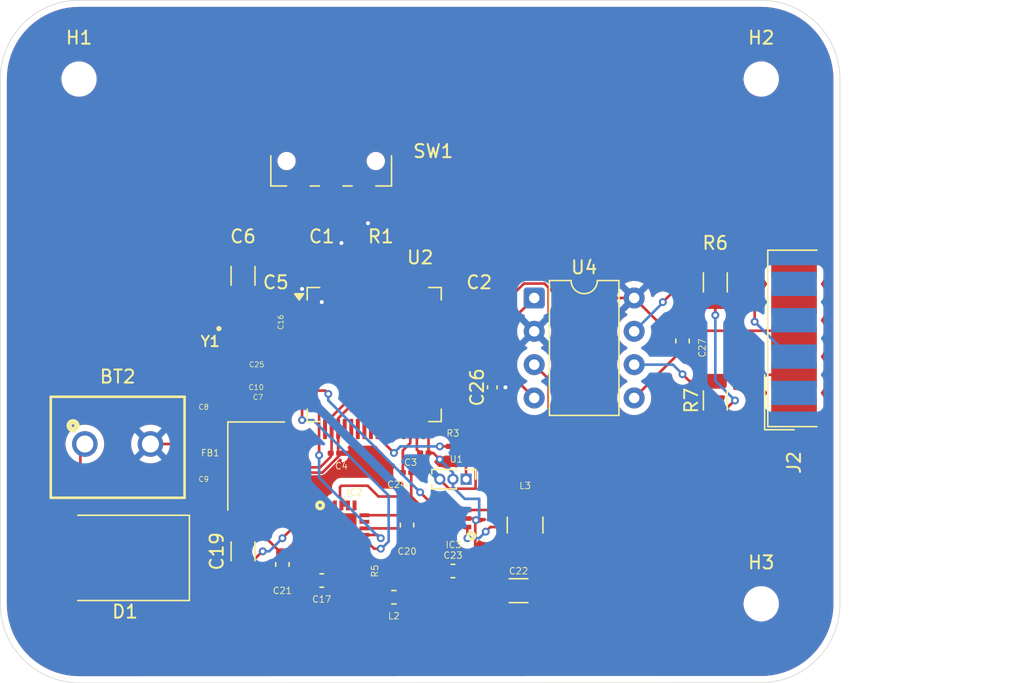
<source format=kicad_pcb>
(kicad_pcb (version 20241229) (generator "pcbnew") (generator_version "9.0")
  (layers (0 "F.Cu" signal) (2 "B.Cu" signal) (13 "F.Paste" user) (15 "B.Paste" user) (5 "F.SilkS" user "F.Silkscreen") (7 "B.SilkS" user "B.Silkscreen") (1 "F.Mask" user) (3 "B.Mask" user) (25 "Edge.Cuts" user))
  (net 0 "")
  (net 1 "+3.3V")
  (net 2 "GND")
  (net 3 "+3.3VA")
  (net 4 "/NRST")
  (net 5 "Net-(U2-PH0)")
  (net 6 "+5V")
  (net 7 "Net-(C17-Pad2)")
  (net 8 "/Bat")
  (net 9 "Net-(IC2-BST)")
  (net 10 "Net-(IC2-VSW_2)")
  (net 11 "Net-(U2-VCAP_1)")
  (net 12 "Net-(U2-PH1)")
  (net 13 "/CAN_RXD")
  (net 14 "Net-(U4-SPLIT)")
  (net 19 "/EN")
  (net 24 "/PG")
  (net 25 "/BYP")
  (net 26 "Net-(IC3-SW)")
  (net 29 "Net-(U4-CANL)")
  (net 32 "Net-(U4-CANH)")
  (net 35 "/SWBOOT0")
  (net 36 "/BOOT0")
  (net 37 "Net-(U1-Collector)")
  (net 38 "/ADC")
  (net 39 "Net-(R6-Pad2)")
  (net 71 "/CAN_TXD")
  (net 83 "Net-(BT2-+)")
  (footprint "Resistor_SMD:R_1206_3216Metric" (layer "F.Cu") (at 165 81 90)
    (property "Reference" "R7")
    (property "Value" "60")
  )
  (footprint "Capacitor_SMD:C_1206_3216Metric" (layer "F.Cu") (at 150 95.5 180)
    (property "Reference" "C22")
    (property "Value" "10uF")
  )
  (footprint "Capacitor_SMD:C_0402_1005Metric" (layer "F.Cu") (at 148 80 90)
    (property "Reference" "C26")
    (property "Value" "30pF")
  )
  (footprint "Custom_FP:691137710002" (layer "F.Cu") (at 119.4435 84.3185)
    (property "Reference" "BT2")
    (property "Value" "Battery_Cell")
  )
  (footprint "Capacitor_SMD:C_1206_3216Metric" (layer "F.Cu") (at 129 71.5 -90)
    (property "Reference" "C6")
    (property "Value" "10u")
  )
  (footprint "Resistor_SMD:R_0201_0603Metric" (layer "F.Cu") (at 138 94 -90)
    (property "Reference" "R5")
    (property "Value" "10K")
  )
  (footprint "MountingHole:MountingHole_2.2mm_M2" (layer "F.Cu") (at 116.5 56.5)
    (property "Reference" "H1")
    (property "Value" "MountingHole")
  )
  (footprint "Capacitor_SMD:C_0201_0603Metric" (layer "F.Cu") (at 136.003949 85.023025 180)
    (property "Reference" "C4")
    (property "Value" "100n")
  )
  (footprint "Connector_Dsub:DSUB-9_Pins_EdgeMount_P2.77mm" (layer "F.Cu") (at 171 76.27 90)
    (property "Reference" "J2")
    (property "Value" "DE9_Pins")
  )
  (footprint "Capacitor_SMD:C_0201_0603Metric" (layer "F.Cu") (at 131 75.655 90)
    (property "Reference" "C16")
    (property "Value" "8pF")
  )
  (footprint "Connector_PinHeader_1.00mm:PinHeader_1x03_P1.00mm_Vertical" (layer "F.Cu") (at 146 87 -90)
    (property "Reference" "U1")
    (property "Value" "~")
  )
  (footprint "Capacitor_SMD:C_0201_0603Metric" (layer "F.Cu") (at 126.5 88 180)
    (property "Reference" "C9")
    (property "Value" "1u")
  )
  (footprint "MountingHole:MountingHole_2.2mm_M2" (layer "F.Cu") (at 168.5 96.5)
    (property "Reference" "H3")
    (property "Value" "MountingHole")
  )
  (footprint "Resistor_SMD:R_0201_0603Metric" (layer "F.Cu") (at 138 69 -90)
    (property "Reference" "R1")
    (property "Value" "10K")
  )
  (footprint "Custom_FP:TS30011-M050QFNR" (layer "F.Cu") (at 136.75 90.5)
    (property "Reference" "IC2")
    (property "Value" "TS30011-M050QFNR" (hide yes))
  )
  (footprint "Capacitor_SMD:C_0201_0603Metric" (layer "F.Cu") (at 146.5 73.68 -90)
    (property "Reference" "C2")
    (property "Value" "100n")
  )
  (footprint "Capacitor_SMD:C_0201_0603Metric" (layer "F.Cu") (at 131 80.345 90)
    (property "Reference" "C7")
    (property "Value" "10n")
  )
  (footprint "Diode_SMD:D_SMC" (layer "F.Cu") (at 120 93 180)
    (property "Reference" "D1")
    (property "Value" "D_Schottky")
  )
  (footprint "Inductor_SMD:L_0603_1608Metric" (layer "F.Cu") (at 140.5 96 180)
    (property "Reference" "L2")
    (property "Value" "4.7uH")
  )
  (footprint "Capacitor_SMD:C_0201_0603Metric" (layer "F.Cu") (at 131.5 73.68 90)
    (property "Reference" "C5")
    (property "Value" "100n")
  )
  (footprint "Capacitor_SMD:C_0201_0603Metric" (layer "F.Cu") (at 131 79 180)
    (property "Reference" "C10")
    (property "Value" "100n")
  )
  (footprint "Capacitor_SMD:C_0603_1608Metric" (layer "F.Cu") (at 132 93.5 90)
    (property "Reference" "C21")
    (property "Value" "22uF")
  )
  (footprint "Capacitor_SMD:C_0201_0603Metric" (layer "F.Cu") (at 141.5 86.5)
    (property "Reference" "C24")
    (property "Value" "4.7uF")
  )
  (footprint "Capacitor_SMD:C_0603_1608Metric" (layer "F.Cu") (at 162.5 76.4625 -90)
    (property "Reference" "C27")
    (property "Value" "4700pF")
  )
  (footprint "Capacitor_SMD:C_1206_3216Metric" (layer "F.Cu") (at 129 92.5 90)
    (property "Reference" "C19")
    (property "Value" "10uF")
  )
  (footprint "Custom_FP:OSCCC200X160X50N" (layer "F.Cu") (at 128.91 76.26)
    (property "Reference" "Y1")
    (property "Value" "CX2016SA16000D0GSSCC" (hide yes))
  )
  (footprint "Capacitor_SMD:C_0603_1608Metric" (layer "F.Cu") (at 135 94.725 180)
    (property "Reference" "C17")
    (property "Value" "22uF")
  )
  (footprint "Package_DIP:DIP-8_W7.62mm" (layer "F.Cu") (at 151.195 73.19)
    (property "Reference" "U4")
    (property "Value" "MCP2561-E-P")
  )
  (footprint "Custom_FP:TPS61291DRVR" (layer "F.Cu") (at 145.05 90 180)
    (property "Reference" "IC3")
    (property "Value" "TPS61291DRVR" (hide yes))
  )
  (footprint "Capacitor_SMD:C_0603_1608Metric" (layer "F.Cu") (at 145 94 180)
    (property "Reference" "C23")
    (property "Value" "22uF")
  )
  (footprint "Capacitor_SMD:C_0201_0603Metric" (layer "F.Cu") (at 142.82 85 180)
    (property "Reference" "C3")
    (property "Value" "100n")
  )
  (footprint "Capacitor_SMD:C_0201_0603Metric" (layer "F.Cu") (at 126.5 82.5 180)
    (property "Reference" "C8")
    (property "Value" "1u")
  )
  (footprint "Resistor_SMD:R_0201_0603Metric" (layer "F.Cu") (at 145 84.5 180)
    (property "Reference" "R3")
    (property "Value" "10k")
  )
  (footprint "MountingHole:MountingHole_2.2mm_M2" (layer "F.Cu") (at 168.5 56.5)
    (property "Reference" "H2")
    (property "Value" "MountingHole")
  )
  (footprint "Crystal:Crystal_SMD_0603-4Pin_6.0x3.5mm" (layer "F.Cu") (at 130 86 -90)
    (property "Reference" "FB1")
    (property "Value" "FerriteBead")
  )
  (footprint "Resistor_SMD:R_1206_3216Metric" (layer "F.Cu") (at 165 72 -90)
    (property "Reference" "R6")
    (property "Value" "60")
  )
  (footprint "Capacitor_SMD:C_0201_0603Metric" (layer "F.Cu") (at 131 77.5 -90)
    (property "Reference" "C25")
    (property "Value" "8pF")
  )
  (footprint "Inductor_SMD:L_1210_3225Metric" (layer "F.Cu") (at 150.5 90.5 -90)
    (property "Reference" "L3")
    (property "Value" "3.3uH")
  )
  (footprint "Capacitor_SMD:C_0201_0603Metric" (layer "F.Cu") (at 135.82 70)
    (property "Reference" "C1")
    (property "Value" "100n")
  )
  (footprint "Button_Switch_SMD:SW_SPDT_CK_JS102011SAQN" (layer "F.Cu") (at 135.72 62.75 180)
    (property "Reference" "SW1")
    (property "Value" "BootSw")
  )
  (footprint "Capacitor_SMD:C_0603_1608Metric" (layer "F.Cu") (at 141.5 90.5 90)
    (property "Reference" "C20")
    (property "Value" "200nF")
  )
  (footprint "Package_QFP:LQFP-64_10x10mm_P0.5mm" (layer "F.Cu") (at 139 77.5)
    (property "Reference" "U2")
    (property "Value" "STM32F446RETx")
  )
  (gr_arc (start 116.439952 102.513554) (mid 112.235969 100.735125) (end 110.4997 96.513555) (stroke (width 0.05)) (layer "Edge.Cuts"))
  (gr_line (start 168.5 102.5) (end 116.439952 102.513554) (stroke (width 0.05)) (layer "Edge.Cuts"))
  (gr_arc (start 168.5 50.5) (mid 172.742641 52.257359) (end 174.5 56.5) (stroke (width 0.05)) (layer "Edge.Cuts"))
  (gr_arc (start 174.5 96.5) (mid 172.742641 100.742641) (end 168.5 102.5) (stroke (width 0.05)) (layer "Edge.Cuts"))
  (gr_arc (start 110.5 56.5) (mid 112.257359 52.257359) (end 116.5 50.5) (stroke (width 0.05)) (layer "Edge.Cuts"))
  (gr_line (start 110.5 56.5) (end 110.5 96.513555) (stroke (width 0.05)) (layer "Edge.Cuts"))
  (gr_line (start 168.5 50.5) (end 116.5 50.5) (stroke (width 0.05)) (layer "Edge.Cuts"))
  (gr_line (start 174.5 96.5) (end 174.5 56.5) (stroke (width 0.05)) (layer "Edge.Cuts"))
  (segment (start 146.5 73.36) (end 145.065 73.36) (width 0.2) (layer "F.Cu") (net 1))
  (segment (start 135.25 70.25) (end 135.25 71.825) (width 0.2) (layer "F.Cu") (net 1))
  (segment (start 144.675 73.75) (end 143.866176 73.75) (width 0.2) (layer "F.Cu") (net 1))
  (segment (start 128.8 88.2) (end 130.5 86.5) (width 0.2) (layer "F.Cu") (net 1))
  (segment (start 142.75 74.866176) (end 135.25 74.866176) (width 0.2) (layer "F.Cu") (net 1))
  (segment (start 131.65987 74) (end 131.5 74) (width 0.2) (layer "F.Cu") (net 1))
  (segment (start 133.22 65.5) (end 133.22 68.22) (width 0.2) (layer "F.Cu") (net 1))
  (segment (start 136.25 83.175) (end 136.25 84.949076) (width 0.2) (layer "F.Cu") (net 1))
  (segment (start 146.527 90) (end 146.701 90.174) (width 0.2) (layer "F.Cu") (net 1))
  (segment (start 135.475 70.025) (end 135.5 70) (width 0.2) (layer "F.Cu") (net 1))
  (segment (start 143.5 85) (end 144 85.5) (width 0.2) (layer "F.Cu") (net 1))
  (segment (start 136.25 84.949076) (end 136.323949 85.023025) (width 0.2) (layer "F.Cu") (net 1))
  (segment (start 137.616176 81) (end 136.25 82.366176) (width 0.2) (layer "F.Cu") (net 1))
  (segment (start 143.14 85) (end 143.5 85) (width 0.2) (layer "F.Cu") (net 1))
  (segment (start 142.75 74.866176) (end 142.75 82.366176) (width 0.2) (layer "F.Cu") (net 1))
  (segment (start 128.6 88) (end 128.8 88.2) (width 0.2) (layer "F.Cu") (net 1))
  (segment (start 134.133824 73.75) (end 133.325 73.75) (width 0.2) (layer "F.Cu") (net 1))
  (segment (start 126.82 88) (end 128.6 88) (width 0.2) (layer "F.Cu") (net 1))
  (segment (start 142.75 83.175) (end 142.75 82.366176) (width 0.2) (layer "F.Cu") (net 1))
  (segment (start 131.90987 73.75) (end 131.65987 74) (width 0.2) (layer "F.Cu") (net 1))
  (segment (start 142.75 83.175) (end 143.14 83.565) (width 0.2) (layer "F.Cu") (net 1))
  (segment (start 136.323949 85.223024) (end 136.323949 85.023025) (width 0.2) (layer "F.Cu") (net 1))
  (segment (start 142.75 82.366176) (end 141.383824 81) (width 0.2) (layer "F.Cu") (net 1))
  (segment (start 135.25 74.866176) (end 134.133824 73.75) (width 0.2) (layer "F.Cu") (net 1))
  (segment (start 143.866176 73.75) (end 142.75 74.866176) (width 0.2) (layer "F.Cu") (net 1))
  (segment (start 135.046973 86.5) (end 136.323949 85.223024) (width 0.2) (layer "F.Cu") (net 1))
  (segment (start 133.22 68.22) (end 135.25 70.25) (width 0.2) (layer "F.Cu") (net 1))
  (segment (start 146.701 93.074) (end 145.775 94) (width 0.2) (layer "F.Cu") (net 1))
  (segment (start 141.383824 81) (end 137.616176 81) (width 0.2) (layer "F.Cu") (net 1))
  (segment (start 146.701 90.174) (end 146.701 93.074) (width 0.2) (layer "F.Cu") (net 1))
  (segment (start 133.325 73.75) (end 135.25 71.825) (width 0.2) (layer "F.Cu") (net 1))
  (segment (start 136.25 82.366176) (end 136.25 83.175) (width 0.2) (layer "F.Cu") (net 1))
  (segment (start 133.325 73.75) (end 131.90987 73.75) (width 0.2) (layer "F.Cu") (net 1))
  (segment (start 129 70.025) (end 135.475 70.025) (width 0.2) (layer "F.Cu") (net 1))
  (segment (start 135.5 70) (end 135.25 70.25) (width 0.2) (layer "F.Cu") (net 1))
  (segment (start 130.5 86.5) (end 135.046973 86.5) (width 0.2) (layer "F.Cu") (net 1))
  (segment (start 143.14 83.565) (end 143.14 85) (width 0.2) (layer "F.Cu") (net 1))
  (segment (start 146.1 90) (end 146.527 90) (width 0.2) (layer "F.Cu") (net 1))
  (segment (start 145.065 73.36) (end 144.675 73.75) (width 0.2) (layer "F.Cu") (net 1))
  (via (at 144 85.5) (size 0.6) (drill 0.3) (layers "F.Cu" "B.Cu") (net 1))
  (via (at 146.753554 90.121446) (size 0.6) (drill 0.3) (layers "F.Cu" "B.Cu") (net 1))
  (segment (start 145.89896 88.5) (end 145 87.60104) (width 0.2) (layer "B.Cu") (net 1))
  (segment (start 147 88.5) (end 147 89.875) (width 0.2) (layer "B.Cu") (net 1))
  (segment (start 145 87.60104) (end 145 87) (width 0.2) (layer "B.Cu") (net 1))
  (segment (start 147 88.5) (end 145.89896 88.5) (width 0.2) (layer "B.Cu") (net 1))
  (segment (start 147 89.875) (end 146.753554 90.121446) (width 0.2) (layer "B.Cu") (net 1))
  (segment (start 144 85.5) (end 145 86.5) (width 0.2) (layer "B.Cu") (net 1))
  (segment (start 145 86.5) (end 145 87) (width 0.2) (layer "B.Cu") (net 1))
  (segment (start 131.5 73.36) (end 129.385 73.36) (width 0.2) (layer "F.Cu") (net 2))
  (segment (start 142.25 83.175) (end 142.25 84.75) (width 0.2) (layer "F.Cu") (net 2))
  (segment (start 148 80.48) (end 148.52 80.48) (width 0.2) (layer "F.Cu") (net 2))
  (segment (start 131.475 80.025) (end 131 80.025) (width 0.2) (layer "F.Cu") (net 2))
  (segment (start 129.52013 79) (end 126.18 82.34013) (width 0.2) (layer "F.Cu") (net 2))
  (segment (start 142.5 85.82) (end 141.82 86.5) (width 0.2) (layer "F.Cu") (net 2))
  (segment (start 133.325 79.25) (end 132.25 79.25) (width 0.2) (layer "F.Cu") (net 2))
  (segment (start 142.25 84.75) (end 142.5 85) (width 0.2) (layer "F.Cu") (net 2))
  (segment (start 146.726 84.726) (end 146.726 87.726) (width 0.2) (layer "F.Cu") (net 2))
  (segment (start 128.32 76.73057) (end 129.5 75.55057) (width 0.2) (layer "F.Cu") (net 2))
  (segment (start 134.880873 86.099) (end 127.881001 86.099) (width 0.2) (layer "F.Cu") (net 2))
  (segment (start 135.25 91.25) (end 133.475 91.25) (width 0.2) (layer "F.Cu") (net 2))
  (segment (start 135 73.5) (end 135.75 72.75) (width 0.2) (layer "F.Cu") (net 2))
  (segment (start 129 91.025) (end 126.18 88.205) (width 0.2) (layer "F.Cu") (net 2))
  (segment (start 170.4175 75.6875) (end 171 76.27) (width 0.2) (layer "F.Cu") (net 2))
  (segment (start 130.68 79) (end 129.52013 79) (width 0.2) (layer "F.Cu") (net 2))
  (segment (start 151.98016 72.089) (end 152.296 72.40484) (width 0.2) (layer "F.Cu") (net 2))
  (segment (start 158.815 73.19) (end 153.08116 73.19) (width 0.2) (layer "F.Cu") (net 2))
  (segment (start 152.296 72.40484) (end 152.296 74.629) (width 0.2) (layer "F.Cu") (net 2))
  (segment (start 136.5 89) (end 137 89) (width 0.2) (layer "F.Cu") (net 2))
  (segment (start 129 91.025) (end 130.3 91.025) (width 0.2) (layer "F.Cu") (net 2))
  (segment (start 129.685 75.335) (end 129.5 75.52) (width 0.2) (layer "F.Cu") (net 2))
  (segment (start 136.5 87.5) (end 136.389235 87.610765) (width 0.2) (layer "F.Cu") (net 2))
  (segment (start 135.75 71.016176) (end 135.75 71.825) (width 0.2) (layer "F.Cu") (net 2))
  (segment (start 135.75 83.175) (end 135.75 84.956974) (width 0.2) (layer "F.Cu") (net 2))
  (segment (start 136.5 69) (end 136.5 69.64) (width 0.2) (layer "F.Cu") (net 2))
  (segment (start 129.875 79) (end 130.68 79) (width 0.2) (layer "F.Cu") (net 2))
  (segment (start 142.5 85) (end 142.5 85.82) (width 0.2) (layer "F.Cu") (net 2))
  (segment (start 126.18 88.205) (end 126.18 88) (width 0.2) (layer "F.Cu") (net 2))
  (segment (start 126.18 82.34013) (end 126.18 82.5) (width 0.2) (layer "F.Cu") (net 2))
  (segment (start 138.5 87.5) (end 136.5 87.5) (width 0.2) (layer "F.Cu") (net 2))
  (segment (start 137.5 80.5) (end 136.25 79.25) (width 0.2) (layer "F.Cu") (net 2))
  (segment (start 129.955 75.975) (end 131 75.975) (width 0.2) (layer "F.Cu") (net 2))
  (segment (start 145.725 95.5) (end 144.225 94) (width 0.2) (layer "F.Cu") (net 2))
  (segment (start 128.32 77) (end 128.32 77.445) (width 0.2) (layer "F.Cu") (net 2))
  (segment (start 135.75 83.175) (end 135.75 82.25) (width 0.2) (layer "F.Cu") (net 2))
  (segment (start 135.75 84.956974) (end 135.683949 85.023025) (width 0.2) (layer "F.Cu") (net 2))
  (segment (start 136.5 69.64) (end 136.14 70) (width 0.2) (layer "F.Cu") (net 2))
  (segment (start 138.22 65.5) (end 138.22 67.183334) (width 0.2) (layer "F.Cu") (net 2))
  (segment (start 135.683949 85.023025) (end 135.683949 85.295924) (width 0.2) (layer "F.Cu") (net 2))
  (segment (start 136.389235 88.389235) (end 137 89) (width 0.2) (layer "F.Cu") (net 2))
  (segment (start 130.68 79.705) (end 131 80.025) (width 0.2) (layer "F.Cu") (net 2))
  (segment (start 144 87) (end 142.82 85.82) (width 0.2) (layer "F.Cu") (net 2))
  (segment (start 143.5 90) (end 144 90) (width 0.2) (layer "F.Cu") (net 2))
  (segment (start 131.5 73.36) (end 132.36 72.5) (width 0.2) (layer "F.Cu") (net 2))
  (segment (start 153.08116 73.19) (end 152.296 72.40484) (width 0.2) (layer "F.Cu") (net 2))
  (segment (start 148.52 80.48) (end 149 80) (width 0.2) (layer "F.Cu") (net 2))
  (segment (start 131 77.18) (end 131 75.975) (width 0.2) (layer "F.Cu") (net 2))
  (segment (start 136.14 70.626176) (end 135.75 71.016176) (width 0.2) (layer "F.Cu") (net 2))
  (segment (start 129.385 73.36) (end 129 72.975) (width 0.2) (layer "F.Cu") (net 2))
  (segment (start 142.82 85.82) (end 142.5 85.82) (width 0.2) (layer "F.Cu") (net 2))
  (segment (start 148.525 95.5) (end 145.725 95.5) (width 0.2) (layer "F.Cu") (net 2))
  (segment (start 129.5 75.55057) (end 129.5 75.52) (width 0.2) (layer "F.Cu") (net 2))
  (segment (start 144 87.02672) (end 144 87) (width 0.2) (layer "F.Cu") (net 2))
  (segment (start 135.683949 85.295924) (end 134.880873 86.099) (width 0.2) (layer "F.Cu") (net 2))
  (segment (start 141.82 86.5) (end 141.82 88.32) (width 0.2) (layer "F.Cu") (net 2))
  (segment (start 128.32 77) (end 128.32 76.73057) (width 0.2) (layer "F.Cu") (net 2))
  (segment (start 121.9435 84.3185) (end 124.3615 84.3185) (width 0.2) (layer "F.Cu") (net 2))
  (segment (start 144.225 93.725) (end 144 93.5) (width 0.2) (layer "F.Cu") (net 2))
  (segment (start 148 83) (end 146.5 84.5) (width 0.2) (layer "F.Cu") (net 2))
  (segment (start 162.5 75.6875) (end 170.4175 75.6875) (width 0.2) (layer "F.Cu") (net 2))
  (segment (start 144.225 94) (end 144.225 93.725) (width 0.2) (layer "F.Cu") (net 2))
  (segment (start 135.75 72.75) (end 135.75 71.825) (width 0.2) (layer "F.Cu") (net 2))
  (segment (start 161.3125 75.6875) (end 158.815 73.19) (width 0.2) (layer "F.Cu") (net 2))
  (segment (start 132.25 79.25) (end 131.475 80.025) (width 0.2) (layer "F.Cu") (net 2))
  (segment (start 150.40984 72.089) (end 151.98016 72.089) (width 0.2) (layer "F.Cu") (net 2))
  (segment (start 144 90) (end 144 90.65) (width 0.2) (layer "F.Cu") (net 2))
  (segment (start 130.3 91.025) (end 132 92.725) (width 0.2) (layer "F.Cu") (net 2))
  (segment (start 141.82 88.32) (end 143.5 90) (width 0.2) (layer "F.Cu") (net 2))
  (segment (start 145.05 90) (end 144 90) (width 0.2) (layer "F.Cu") (net 2))
  (segment (start 128.32 77.445) (end 129.875 79) (width 0.2) (layer "F.Cu") (net 2))
  (segment (start 162.5 75.6875) (end 161.3125 75.6875) (width 0.2) (layer "F.Cu") (net 2))
  (segment (start 148.49884 74) (end 150.40984 72.089) (width 0.2) (layer "F.Cu") (net 2))
  (segment (start 141.82 88.32) (end 139.32 88.32) (width 0.2) (layer "F.Cu") (net 2))
  (segment (start 135.75 82.25) (end 137.5 80.5) (width 0.2) (layer "F.Cu") (net 2))
  (segment (start 127.881001 86.099) (end 126.18 87.800001) (width 0.2) (layer "F.Cu") (net 2))
  (segment (start 148 80.48) (end 148 83) (width 0.2) (layer "F.Cu") (net 2))
  (segment (start 144 93.5) (end 144 90.65) (width 0.2) (layer "F.Cu") (net 2))
  (segment (start 138.22 67.183334) (end 138.523504 67.486838) (width 0.2) (layer "F.Cu") (net 2))
  (segment (start 144.69928 87.726) (end 144 87.02672) (width 0.2) (layer "F.Cu") (net 2))
  (segment (start 126.18 87.800001) (end 126.18 88) (width 0.2) (layer "F.Cu") (net 2))
  (segment (start 130.68 79) (end 130.68 79.705) (width 0.2) (layer "F.Cu") (net 2))
  (segment (start 146.5 84.5) (end 146.726 84.726) (width 0.2) (layer "F.Cu") (net 2))
  (segment (start 152.296 74.629) (end 151.195 75.73) (width 0.2) (layer "F.Cu") (net 2))
  (segment (start 129.5 75.52) (end 129.955 75.975) (width 0.2) (layer "F.Cu") (net 2))
  (segment (start 146.25 74.25) (end 144.675 74.25) (width 0.2) (layer "F.Cu") (net 2))
  (segment (start 133.475 91.25) (end 132 92.725) (width 0.2) (layer "F.Cu") (net 2))
  (segment (start 146.5 74) (end 148.49884 74) (width 0.2) (layer "F.Cu") (net 2))
  (segment (start 136.25 79.25) (end 133.325 79.25) (width 0.2) (layer "F.Cu") (net 2))
  (segment (start 136.389235 87.610765) (end 136.389235 88.389235) (width 0.2) (layer "F.Cu") (net 2))
  (segment (start 136.14 70) (end 136.14 70.626176) (width 0.2) (layer "F.Cu") (net 2))
  (segment (start 124.3615 84.3185) (end 126.18 82.5) (width 0.2) (layer "F.Cu") (net 2))
  (segment (start 146.5 74) (end 146.25 74.25) (width 0.2) (layer "F.Cu") (net 2))
  (segment (start 139.32 88.32) (end 138.5 87.5) (width 0.2) (layer "F.Cu") (net 2))
  (segment (start 132.36 72.5) (end 133.5 72.5) (width 0.2) (layer "F.Cu") (net 2))
  (segment (start 146.726 87.726) (end 144.69928 87.726) (width 0.2) (layer "F.Cu") (net 2))
  (via (at 138.523504 67.486838) (size 0.6) (drill 0.3) (layers "F.Cu" "B.Cu") (net 2))
  (via (at 136.5 69) (size 0.6) (drill 0.3) (layers "F.Cu" "B.Cu") (net 2))
  (via (at 135 73.5) (size 0.6) (drill 0.3) (layers "F.Cu" "B.Cu") (net 2))
  (via (at 133.5 72.5) (size 0.6) (drill 0.3) (layers "F.Cu" "B.Cu") (net 2))
  (via (at 149 80) (size 0.6) (drill 0.3) (layers "F.Cu" "B.Cu") (net 2))
  (segment (start 149 77.925) (end 151.195 75.73) (width 0.2) (layer "B.Cu") (net 2))
  (segment (start 144 86.97328) (end 144 87) (width 0.2) (layer "B.Cu") (net 2))
  (segment (start 138.013162 67.486838) (end 136.5 69) (width 0.2) (layer "B.Cu") (net 2))
  (segment (start 138.523504 67.486838) (end 138.013162 67.486838) (width 0.2) (layer "B.Cu") (net 2))
  (segment (start 149 80) (end 149 77.925) (width 0.2) (layer "B.Cu") (net 2))
  (segment (start 134 72.5) (end 135 73.5) (width 0.2) (layer "B.Cu") (net 2))
  (segment (start 133.5 72.5) (end 134 72.5) (width 0.2) (layer "B.Cu") (net 2))
  (segment (start 131 80.665) (end 131 81.6) (width 0.2) (layer "F.Cu") (net 3))
  (segment (start 131.601176 80.665) (end 131 80.665) (width 0.2) (layer "F.Cu") (net 3))
  (segment (start 131 81.6) (end 128.8 83.8) (width 0.2) (layer "F.Cu") (net 3))
  (segment (start 133.325 79.75) (end 132.516176 79.75) (width 0.2) (layer "F.Cu") (net 3))
  (segment (start 126.82 82.5) (end 127.5 82.5) (width 0.2) (layer "F.Cu") (net 3))
  (segment (start 132.516176 79.75) (end 131.601176 80.665) (width 0.2) (layer "F.Cu") (net 3))
  (segment (start 127.5 82.5) (end 128.8 83.8) (width 0.2) (layer "F.Cu") (net 3))
  (segment (start 133.325 76.75) (end 132.516176 76.75) (width 0.2) (layer "F.Cu") (net 4))
  (segment (start 132 77.266176) (end 132 78.32) (width 0.2) (layer "F.Cu") (net 4))
  (segment (start 132.516176 76.75) (end 132 77.266176) (width 0.2) (layer "F.Cu") (net 4))
  (segment (start 132 78.32) (end 131.32 79) (width 0.2) (layer "F.Cu") (net 4))
  (segment (start 131.15987 75.335) (end 131 75.335) (width 0.2) (layer "F.Cu") (net 5))
  (segment (start 131 75.335) (end 130.439 74.774) (width 0.2) (layer "F.Cu") (net 5))
  (segment (start 133.325 75.75) (end 131.57487 75.75) (width 0.2) (layer "F.Cu") (net 5))
  (segment (start 131.57487 75.75) (end 131.15987 75.335) (width 0.2) (layer "F.Cu") (net 5))
  (segment (start 128.621 74.774) (end 128.32 75.075) (width 0.2) (layer "F.Cu") (net 5))
  (segment (start 128.32 75.075) (end 128.32 75.52) (width 0.2) (layer "F.Cu") (net 5))
  (segment (start 130.439 74.774) (end 128.621 74.774) (width 0.2) (layer "F.Cu") (net 5))
  (segment (start 139.68 96) (end 138 94.32) (width 0.2) (layer "F.Cu") (net 6))
  (segment (start 152.5 94.475) (end 152.5 91.1) (width 0.2) (layer "F.Cu") (net 6))
  (segment (start 139.7125 96) (end 139.68 96) (width 0.2) (layer "F.Cu") (net 6))
  (segment (start 152.296 87.304) (end 150.5 89.1) (width 0.2) (layer "F.Cu") (net 6))
  (segment (start 140.4885 96.776) (end 150.199 96.776) (width 0.2) (layer "F.Cu") (net 6))
  (segment (start 135.775 94.725) (end 136.275 94.725) (width 0.2) (layer "F.Cu") (net 6))
  (segment (start 135.775 94.725) (end 135.775 92.225) (width 0.2) (layer "F.Cu") (net 6))
  (segment (start 139.7125 96) (end 140.4885 96.776) (width 0.2) (layer "F.Cu") (net 6))
  (segment (start 146.1 89.35) (end 150.25 89.35) (width 0.2) (layer "F.Cu") (net 6))
  (segment (start 135.775 92.225) (end 136 92) (width 0.2) (layer "F.Cu") (net 6))
  (segment (start 136.68 94.32) (end 138 94.32) (width 0.2) (layer "F.Cu") (net 6))
  (segment (start 152.296 79.371) (end 152.296 87.304) (width 0.2) (layer "F.Cu") (net 6))
  (segment (start 136.275 94.725) (end 136.68 94.32) (width 0.2) (layer "F.Cu") (net 6))
  (segment (start 150.25 89.35) (end 150.5 89.1) (width 0.2) (layer "F.Cu") (net 6))
  (segment (start 151.475 95.5) (end 152.5 94.475) (width 0.2) (layer "F.Cu") (net 6))
  (segment (start 152.5 91.1) (end 150.5 89.1) (width 0.2) (layer "F.Cu") (net 6))
  (segment (start 151.195 78.27) (end 152.296 79.371) (width 0.2) (layer "F.Cu") (net 6))
  (segment (start 150.199 96.776) (end 151.475 95.5) (width 0.2) (layer "F.Cu") (net 6))
  (segment (start 133.775 94.275) (end 134.225 94.725) (width 0.2) (layer "F.Cu") (net 7))
  (segment (start 132 94.275) (end 133.775 94.275) (width 0.2) (layer "F.Cu") (net 7))
  (segment (start 133.25 90.25) (end 135.25 90.25) (width 0.2) (layer "F.Cu") (net 8))
  (segment (start 123.4 93) (end 128.025 93) (width 0.2) (layer "F.Cu") (net 8))
  (segment (start 129 93.975) (end 130.475 92.5) (width 0.2) (layer "F.Cu") (net 8))
  (segment (start 130.475 92.5) (end 130.5 92.5) (width 0.2) (layer "F.Cu") (net 8))
  (segment (start 128.025 93) (end 129 93.975) (width 0.2) (layer "F.Cu") (net 8))
  (segment (start 132 91.5) (end 133.25 90.25) (width 0.2) (layer "F.Cu") (net 8))
  (via (at 132 91.5) (size 0.6) (drill 0.3) (layers "F.Cu" "B.Cu") (net 8))
  (via (at 130.5 92.5) (size 0.6) (drill 0.3) (layers "F.Cu" "B.Cu") (net 8))
  (segment (start 130.5 92.5) (end 131 92.5) (width 0.2) (layer "B.Cu") (net 8))
  (segment (start 131 92.5) (end 132 91.5) (width 0.2) (layer "B.Cu") (net 8))
  (segment (start 140.975 90.75) (end 141.5 91.275) (width 0.2) (layer "F.Cu") (net 9))
  (segment (start 138.25 90.75) (end 140.975 90.75) (width 0.2) (layer "F.Cu") (net 9))
  (segment (start 138.25 89.75) (end 141.475 89.75) (width 0.2) (layer "F.Cu") (net 10))
  (segment (start 141.5 89.725) (end 142.5 90.725) (width 0.2) (layer "F.Cu") (net 10))
  (segment (start 141.475 89.75) (end 141.5 89.725) (width 0.2) (layer "F.Cu") (net 10))
  (segment (start 142.5 90.725) (end 142.5 94.7875) (width 0.2) (layer "F.Cu") (net 10))
  (segment (start 142.5 94.7875) (end 141.2875 96) (width 0.2) (layer "F.Cu") (net 10))
  (segment (start 141.75 84.25) (end 141.18 84.82) (width 0.2) (layer "F.Cu") (net 11))
  (segment (start 141.75 83.175) (end 141.75 84.25) (width 0.2) (layer "F.Cu") (net 11))
  (segment (start 141.18 84.82) (end 141.18 86.5) (width 0.2) (layer "F.Cu") (net 11))
  (segment (start 132.449076 76.25) (end 131.501 77.198076) (width 0.2) (layer "F.Cu") (net 12))
  (segment (start 133.325 76.25) (end 132.449076 76.25) (width 0.2) (layer "F.Cu") (net 12))
  (segment (start 131.501 77.518999) (end 131.199999 77.82) (width 0.2) (layer "F.Cu") (net 12))
  (segment (start 131.501 77.198076) (end 131.501 77.518999) (width 0.2) (layer "F.Cu") (net 12))
  (segment (start 130.32 77.82) (end 131 77.82) (width 0.2) (layer "F.Cu") (net 12))
  (segment (start 129.5 77) (end 130.32 77.82) (width 0.2) (layer "F.Cu") (net 12))
  (segment (start 131.199999 77.82) (end 131 77.82) (width 0.2) (layer "F.Cu") (net 12))
  (segment (start 145.751 78.231) (end 145.751 76.017176) (width 0.2) (layer "F.Cu") (net 13))
  (segment (start 145.751 76.017176) (end 145.483824 75.75) (width 0.2) (layer "F.Cu") (net 13))
  (segment (start 145.483824 75.75) (end 144.675 75.75) (width 0.2) (layer "F.Cu") (net 13))
  (segment (start 148 79.52) (end 148 78.847) (width 0.2) (layer "F.Cu") (net 13))
  (segment (start 148.616 78.231) (end 145.751 78.231) (width 0.2) (layer "F.Cu") (net 13))
  (segment (start 148 78.847) (end 148.616 78.231) (width 0.2) (layer "F.Cu") (net 13))
  (segment (start 151.195 80.81) (end 148.616 78.231) (width 0.2) (layer "F.Cu") (net 13))
  (segment (start 158.815 80.81) (end 162.3875 77.2375) (width 0.2) (layer "F.Cu") (net 14))
  (segment (start 162.3875 77.2375) (end 162.5 77.2375) (width 0.2) (layer "F.Cu") (net 14))
  (segment (start 133.325 80.75) (end 134.133824 80.75) (width 0.2) (layer "F.Cu") (net 19))
  (segment (start 138.25 91.25) (end 139.25 91.25) (width 0.2) (layer "F.Cu") (net 19))
  (segment (start 134.25 80.75) (end 133.325 80.75) (width 0.2) (layer "F.Cu") (net 19))
  (segment (start 134.799 81.415176) (end 134.799 85.172) (width 0.2) (layer "F.Cu") (net 19))
  (segment (start 134.133824 80.75) (end 134.799 81.415176) (width 0.2) (layer "F.Cu") (net 19))
  (segment (start 139.25 91.25) (end 139.5 91.5) (width 0.2) (layer "F.Cu") (net 19))
  (via (at 134.799 85.172) (size 0.6) (drill 0.3) (layers "F.Cu" "B.Cu") (net 19))
  (via (at 139.5 91.5) (size 0.6) (drill 0.3) (layers "F.Cu" "B.Cu") (net 19))
  (segment (start 134.799 86.870473) (end 134.799 85.172) (width 0.2) (layer "B.Cu") (net 19))
  (segment (start 139.428527 91.5) (end 134.799 86.870473) (width 0.2) (layer "B.Cu") (net 19))
  (segment (start 139.5 91.5) (end 139.428527 91.5) (width 0.2) (layer "B.Cu") (net 19))
  (segment (start 133.5 82.5) (end 133.5 81.425) (width 0.2) (layer "F.Cu") (net 24))
  (segment (start 138 92.5) (end 137.5 92) (width 0.2) (layer "F.Cu") (net 24))
  (segment (start 133.5 81.425) (end 133.325 81.25) (width 0.2) (layer "F.Cu") (net 24))
  (segment (start 138.6941 92) (end 138.994103 92.300003) (width 0.2) (layer "F.Cu") (net 24))
  (segment (start 137.5 92) (end 138.6941 92) (width 0.2) (layer "F.Cu") (net 24))
  (segment (start 138 93.68) (end 138 92.5) (width 0.2) (layer "F.Cu") (net 24))
  (segment (start 138.994103 92.300003) (end 139.5 92.300003) (width 0.2) (layer "F.Cu") (net 24))
  (via (at 133.5 82.5) (size 0.6) (drill 0.3) (layers "F.Cu" "B.Cu") (net 24))
  (via (at 139.5 92.300003) (size 0.6) (drill 0.3) (layers "F.Cu" "B.Cu") (net 24))
  (segment (start 140.101 91.748943) (end 140.101 88.251057) (width 0.2) (layer "B.Cu") (net 24))
  (segment (start 140.101 88.251057) (end 134.349943 82.5) (width 0.2) (layer "B.Cu") (net 24))
  (segment (start 139.5 92.300003) (end 139.54994 92.300003) (width 0.2) (layer "B.Cu") (net 24))
  (segment (start 139.54994 92.300003) (end 140.101 91.748943) (width 0.2) (layer "B.Cu") (net 24))
  (segment (start 134.349943 82.5) (end 133.5 82.5) (width 0.2) (layer "B.Cu") (net 24))
  (segment (start 135.5 80.5) (end 135.25 80.25) (width 0.2) (layer "F.Cu") (net 25))
  (segment (start 143.85 89.35) (end 142.5 88) (width 0.2) (layer "F.Cu") (net 25))
  (segment (start 135.25 80.25) (end 133.325 80.25) (width 0.2) (layer "F.Cu") (net 25))
  (segment (start 144 89.35) (end 143.85 89.35) (width 0.2) (layer "F.Cu") (net 25))
  (via (at 135.5 80.5) (size 0.6) (drill 0.3) (layers "F.Cu" "B.Cu") (net 25))
  (via (at 142.5 88) (size 0.6) (drill 0.3) (layers "F.Cu" "B.Cu") (net 25))
  (segment (start 142.5 88) (end 135.5 81) (width 0.2) (layer "B.Cu") (net 25))
  (segment (start 135.5 81) (end 135.5 80.5) (width 0.2) (layer "B.Cu") (net 25))
  (segment (start 146.1 90.65) (end 146.1 91.499) (width 0.2) (layer "F.Cu") (net 26))
  (segment (start 149.25 90.65) (end 150.5 91.9) (width 0.2) (layer "F.Cu") (net 26))
  (segment (start 147.85 90.65) (end 149.25 90.65) (width 0.2) (layer "F.Cu") (net 26))
  (segment (start 146.1 91.499) (end 146.101 91.5) (width 0.2) (layer "F.Cu") (net 26))
  (segment (start 147.5 91) (end 147.85 90.65) (width 0.2) (layer "F.Cu") (net 26))
  (via (at 147.5 91) (size 0.6) (drill 0.3) (layers "F.Cu" "B.Cu") (net 26))
  (via (at 146.101 91.5) (size 0.6) (drill 0.3) (layers "F.Cu" "B.Cu") (net 26))
  (segment (start 147 91.5) (end 147.5 91) (width 0.2) (layer "B.Cu") (net 26))
  (segment (start 146.101 91.5) (end 147 91.5) (width 0.2) (layer "B.Cu") (net 26))
  (segment (start 163.0375 79.5375) (end 162.5 79) (width 0.2) (layer "F.Cu") (net 29))
  (segment (start 165 79.5375) (end 163.0375 79.5375) (width 0.2) (layer "F.Cu") (net 29))
  (segment (start 165.96 79.04) (end 171 79.04) (width 0.2) (layer "F.Cu") (net 29))
  (segment (start 165.4625 79.5375) (end 165.96 79.04) (width 0.2) (layer "F.Cu") (net 29))
  (segment (start 165 79.5375) (end 165.4625 79.5375) (width 0.2) (layer "F.Cu") (net 29))
  (via (at 162.5 79) (size 0.6) (drill 0.3) (layers "F.Cu" "B.Cu") (net 29))
  (segment (start 161.77 78.27) (end 158.815 78.27) (width 0.2) (layer "B.Cu") (net 29))
  (segment (start 162.5 79) (end 161.77 78.27) (width 0.2) (layer "B.Cu") (net 29))
  (segment (start 168 73.5375) (end 168 75) (width 0.2) (layer "F.Cu") (net 32))
  (segment (start 165 70.5375) (end 168 73.5375) (width 0.2) (layer "F.Cu") (net 32))
  (segment (start 163.9625 70.5375) (end 161 73.5) (width 0.2) (layer "F.Cu") (net 32))
  (segment (start 165 70.5375) (end 163.9625 70.5375) (width 0.2) (layer "F.Cu") (net 32))
  (via (at 161 73.5) (size 0.6) (drill 0.3) (layers "F.Cu" "B.Cu") (net 32))
  (via (at 168 75) (size 0.6) (drill 0.3) (layers "F.Cu" "B.Cu") (net 32))
  (segment (start 170.655 77.655) (end 171 77.655) (width 0.2) (layer "B.Cu") (net 32))
  (segment (start 168 75) (end 170.655 77.655) (width 0.2) (layer "B.Cu") (net 32))
  (segment (start 161 73.5) (end 161 73.545) (width 0.2) (layer "B.Cu") (net 32))
  (segment (start 161 73.545) (end 158.815 75.73) (width 0.2) (layer "B.Cu") (net 32))
  (segment (start 138 67.78) (end 135.72 65.5) (width 0.2) (layer "F.Cu") (net 35))
  (segment (start 138 68.68) (end 138 67.78) (width 0.2) (layer "F.Cu") (net 35))
  (segment (start 137.25 70.07) (end 137.25 71.825) (width 0.2) (layer "F.Cu") (net 36))
  (segment (start 138 69.32) (end 137.25 70.07) (width 0.2) (layer "F.Cu") (net 36))
  (segment (start 146 87) (end 146 85.18) (width 0.2) (layer "F.Cu") (net 37))
  (segment (start 146 85.18) (end 145.32 84.5) (width 0.2) (layer "F.Cu") (net 37))
  (segment (start 144 84.5) (end 144.68 84.5) (width 0.2) (layer "F.Cu") (net 38))
  (segment (start 139.75 84.25) (end 140.5 85) (width 0.2) (layer "F.Cu") (net 38))
  (segment (start 139.75 83.175) (end 139.75 84.25) (width 0.2) (layer "F.Cu") (net 38))
  (via (at 140.5 85) (size 0.6) (drill 0.3) (layers "F.Cu" "B.Cu") (net 38))
  (via (at 144 84.5) (size 0.6) (drill 0.3) (layers "F.Cu" "B.Cu") (net 38))
  (segment (start 141 84.5) (end 144 84.5) (width 0.2) (layer "B.Cu") (net 38))
  (segment (start 140.5 85) (end 141 84.5) (width 0.2) (layer "B.Cu") (net 38))
  (segment (start 166.4625 81) (end 166.5 81) (width 0.2) (layer "F.Cu") (net 39))
  (segment (start 165 82.4625) (end 166.4625 81) (width 0.2) (layer "F.Cu") (net 39))
  (segment (start 165 73.4625) (end 165 74.5) (width 0.2) (layer "F.Cu") (net 39))
  (via (at 165 74.5) (size 0.6) (drill 0.3) (layers "F.Cu" "B.Cu") (net 39))
  (via (at 166.5 81) (size 0.6) (drill 0.3) (layers "F.Cu" "B.Cu") (net 39))
  (segment (start 165 79.5) (end 166.5 81) (width 0.2) (layer "B.Cu") (net 39))
  (segment (start 165 74.5) (end 165 79.5) (width 0.2) (layer "B.Cu") (net 39))
  (segment (start 149.135 75.25) (end 144.675 75.25) (width 0.2) (layer "F.Cu") (net 71))
  (segment (start 151.195 73.19) (end 149.135 75.25) (width 0.2) (layer "F.Cu") (net 71))
  (segment (start 116.6 84.662) (end 116.9435 84.3185) (width 0.2) (layer "F.Cu") (net 83))
  (segment (start 116.6 93) (end 116.6 84.662) (width 0.2) (layer "F.Cu") (net 83))
  (zone (net 1) (net_name "+3.3V") (layer "F.Cu") (priority 1) (connect_pads (clearance 0.5)) (min_thickness 0.25) (fill yes (thermal_gap 0.5) (thermal_bridge_width 0.5))
    (polygon (pts (xy 174.5 50.5) (xy 174.5 102.5) (xy 110.5 102.5) (xy 110.5 50.5)))
  )
  (zone (net 2) (net_name "GND") (layer "B.Cu") (connect_pads (clearance 0.5)) (min_thickness 0.25) (fill yes (thermal_gap 0.5) (thermal_bridge_width 0.5))
    (polygon (pts (xy 174.5 50.5) (xy 174.5 102.5) (xy 110.5 102.5) (xy 110.5 50.5)))
  )
)
</source>
